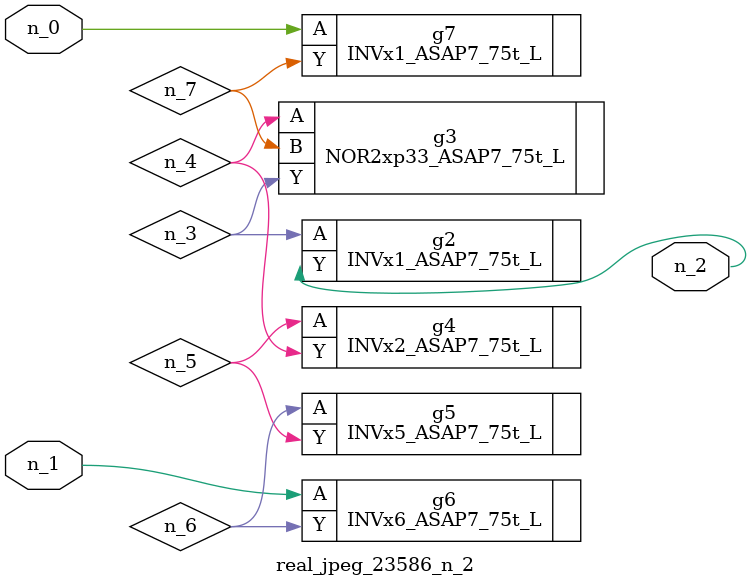
<source format=v>
module real_jpeg_23586_n_2 (n_1, n_0, n_2);

input n_1;
input n_0;

output n_2;

wire n_5;
wire n_4;
wire n_6;
wire n_7;
wire n_3;

INVx1_ASAP7_75t_L g7 ( 
.A(n_0),
.Y(n_7)
);

INVx6_ASAP7_75t_L g6 ( 
.A(n_1),
.Y(n_6)
);

INVx1_ASAP7_75t_L g2 ( 
.A(n_3),
.Y(n_2)
);

NOR2xp33_ASAP7_75t_L g3 ( 
.A(n_4),
.B(n_7),
.Y(n_3)
);

INVx2_ASAP7_75t_L g4 ( 
.A(n_5),
.Y(n_4)
);

INVx5_ASAP7_75t_L g5 ( 
.A(n_6),
.Y(n_5)
);


endmodule
</source>
